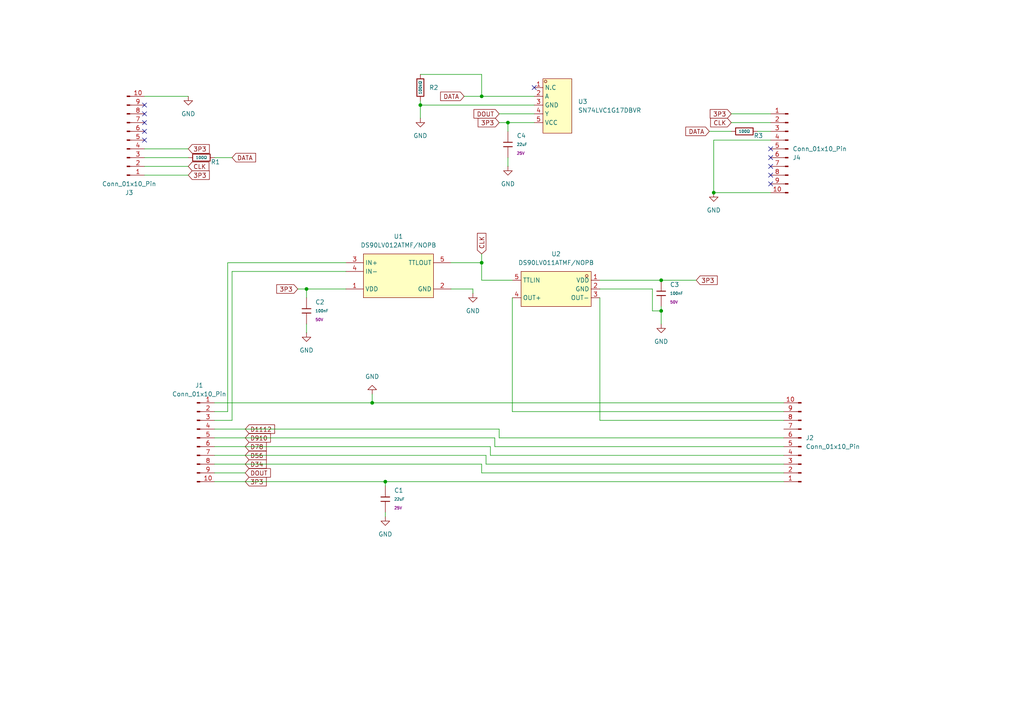
<source format=kicad_sch>
(kicad_sch (version 20250114) (generator "eeschema") (generator_version "9.0")
  (paper "A4")
  (lib_symbols
    (symbol "Connector:Conn_01x10_Pin" (pin_names (offset 1.016) (hide yes))
      (property "Reference" "J" (at 0 12.7 0))
      (property "Value" "Conn_01x10_Pin" (at 0 -15.24 0))
      (symbol "Conn_01x10_Pin_1_1"
        (rectangle (start 0.8636 10.287) (end 0 10.033) (stroke (width 0.1524)) (fill (type outline)))
        (rectangle (start 0.8636 7.747) (end 0 7.493) (stroke (width 0.1524)) (fill (type outline)))
        (rectangle (start 0.8636 5.207) (end 0 4.953) (stroke (width 0.1524)) (fill (type outline)))
        (rectangle (start 0.8636 2.667) (end 0 2.413) (stroke (width 0.1524)) (fill (type outline)))
        (rectangle (start 0.8636 0.127) (end 0 -0.127) (stroke (width 0.1524)) (fill (type outline)))
        (rectangle (start 0.8636 -2.413) (end 0 -2.667) (stroke (width 0.1524)) (fill (type outline)))
        (rectangle (start 0.8636 -4.953) (end 0 -5.207) (stroke (width 0.1524)) (fill (type outline)))
        (rectangle (start 0.8636 -7.493) (end 0 -7.747) (stroke (width 0.1524)) (fill (type outline)))
        (rectangle (start 0.8636 -10.033) (end 0 -10.287) (stroke (width 0.1524)) (fill (type outline)))
        (rectangle (start 0.8636 -12.573) (end 0 -12.827) (stroke (width 0.1524)) (fill (type outline)))
        (polyline (pts (xy 1.27 10.16) (xy 0.8636 10.16)) (stroke (width 0.1524)))
        (polyline (pts (xy 1.27 7.62) (xy 0.8636 7.62)) (stroke (width 0.1524)))
        (polyline (pts (xy 1.27 5.08) (xy 0.8636 5.08)) (stroke (width 0.1524)))
        (polyline (pts (xy 1.27 2.54) (xy 0.8636 2.54)) (stroke (width 0.1524)))
        (polyline (pts (xy 1.27 0) (xy 0.8636 0)) (stroke (width 0.1524)))
        (polyline (pts (xy 1.27 -2.54) (xy 0.8636 -2.54)) (stroke (width 0.1524)))
        (polyline (pts (xy 1.27 -5.08) (xy 0.8636 -5.08)) (stroke (width 0.1524)))
        (polyline (pts (xy 1.27 -7.62) (xy 0.8636 -7.62)) (stroke (width 0.1524)))
        (polyline (pts (xy 1.27 -10.16) (xy 0.8636 -10.16)) (stroke (width 0.1524)))
        (polyline (pts (xy 1.27 -12.7) (xy 0.8636 -12.7)) (stroke (width 0.1524)))
        (pin passive line (at 5.08 10.16 180) (length 3.81) (name "Pin_1") (number "1"))
        (pin passive line (at 5.08 7.62 180) (length 3.81) (name "Pin_2") (number "2"))
        (pin passive line (at 5.08 5.08 180) (length 3.81) (name "Pin_3") (number "3"))
        (pin passive line (at 5.08 2.54 180) (length 3.81) (name "Pin_4") (number "4"))
        (pin passive line (at 5.08 0 180) (length 3.81) (name "Pin_5") (number "5"))
        (pin passive line (at 5.08 -2.54 180) (length 3.81) (name "Pin_6") (number "6"))
        (pin passive line (at 5.08 -5.08 180) (length 3.81) (name "Pin_7") (number "7"))
        (pin passive line (at 5.08 -7.62 180) (length 3.81) (name "Pin_8") (number "8"))
        (pin passive line (at 5.08 -10.16 180) (length 3.81) (name "Pin_9") (number "9"))
        (pin passive line (at 5.08 -12.7 180) (length 3.81) (name "Pin_10") (number "10"))
      )
    )
    (symbol "PCM_JLCPCB-Capacitors:0603,100nF" (pin_numbers (hide yes)) (pin_names (offset 0))
      (property "Reference" "C" (at 2.032 1.668 0))
      (property "Value" "100nF" (at 2.032 -0.3782 0))
      (property "Voltage Rated" "50V" (at 2.032 -2.0462 0))
      (symbol "0603,100nF_0_1"
        (polyline (pts (xy -1.27 0.635) (xy 1.27 0.635)) (stroke (width 0.254)))
        (polyline (pts (xy -1.27 -0.635) (xy 1.27 -0.635)) (stroke (width 0.254)))
      )
      (symbol "0603,100nF_1_1"
        (pin passive line (at 0 3.81 270) (length 3.175) (name "~") (number "1"))
        (pin passive line (at 0 -3.81 90) (length 3.175) (name "~") (number "2"))
      )
    )
    (symbol "PCM_JLCPCB-Capacitors:0805,22uF" (pin_numbers (hide yes)) (pin_names (offset 0))
      (property "Reference" "C" (at 2.032 1.668 0))
      (property "Value" "22uF" (at 2.032 -0.3782 0))
      (property "Voltage Rated" "25V" (at 2.032 -2.0462 0))
      (symbol "0805,22uF_0_1"
        (polyline (pts (xy -1.27 0.635) (xy 1.27 0.635)) (stroke (width 0.254)))
        (polyline (pts (xy -1.27 -0.635) (xy 1.27 -0.635)) (stroke (width 0.254)))
      )
      (symbol "0805,22uF_1_1"
        (pin passive line (at 0 3.81 270) (length 3.175) (name "~") (number "1"))
        (pin passive line (at 0 -3.81 90) (length 3.175) (name "~") (number "2"))
      )
    )
    (symbol "PCM_JLCPCB-Resistors:0603,100kΩ" (pin_numbers (hide yes)) (pin_names (offset 0))
      (property "Reference" "R" (at 1.778 0 0))
      (property "Value" "100kΩ" (at 0 0 90))
      (symbol "0603,100kΩ_0_1"
        (rectangle (start -1.016 2.54) (end 1.016 -2.54) (stroke (width 0.254)))
      )
      (symbol "0603,100kΩ_1_1"
        (pin passive line (at 0 3.81 270) (length 1.27) (name "~") (number "1"))
        (pin passive line (at 0 -3.81 90) (length 1.27) (name "~") (number "2"))
      )
    )
    (symbol "PCM_JLCPCB-Resistors:0603,100Ω" (pin_numbers (hide yes)) (pin_names (offset 0))
      (property "Reference" "R" (at 1.778 0 0))
      (property "Value" "100Ω" (at 0 0 90))
      (symbol "0603,100Ω_0_1"
        (rectangle (start -1.016 2.54) (end 1.016 -2.54) (stroke (width 0.254)))
      )
      (symbol "0603,100Ω_1_1"
        (pin passive line (at 0 3.81 270) (length 1.27) (name "~") (number "1"))
        (pin passive line (at 0 -3.81 90) (length 1.27) (name "~") (number "2"))
      )
    )
    (symbol "easyeda2kicad:DS90LV011ATMF_NOPB"
      (property "Reference" "U" (at 0 7.62 0))
      (property "Value" "DS90LV011ATMF/NOPB" (at 0 -7.62 0))
      (symbol "DS90LV011ATMF_NOPB_0_1"
        (rectangle (start -10.16 5.08) (end 10.16 -5.08) (fill (type background)))
        (circle (center -8.89 3.81) (radius 0.38))
        (pin unspecified line (at -12.7 2.54 0) (length 2.54) (name "VDD") (number "1"))
        (pin unspecified line (at -12.7 0 0) (length 2.54) (name "GND") (number "2"))
        (pin unspecified line (at -12.7 -2.54 0) (length 2.54) (name "OUT-") (number "3"))
        (pin unspecified line (at 12.7 2.54 180) (length 2.54) (name "TTLIN") (number "5"))
        (pin unspecified line (at 12.7 -2.54 180) (length 2.54) (name "OUT+") (number "4"))
      )
    )
    (symbol "easyeda2kicad:DS90LV012ATMF_NOPB"
      (property "Reference" "U" (at 0 8.89 0))
      (property "Value" "DS90LV012ATMF/NOPB" (at 0 -8.89 0))
      (symbol "DS90LV012ATMF_NOPB_0_1"
        (rectangle (start -10.16 6.35) (end 10.16 -6.35) (fill (type background)))
        (pin unspecified line (at -15.24 3.81 0) (length 5.08) (name "IN+") (number "3"))
        (pin unspecified line (at -15.24 1.27 0) (length 5.08) (name "IN-") (number "4"))
        (pin power_in line (at -15.24 -3.81 0) (length 5.08) (name "VDD") (number "1"))
        (pin output line (at 15.24 3.81 180) (length 5.08) (name "TTLOUT") (number "5"))
        (pin power_in line (at 15.24 -3.81 180) (length 5.08) (name "GND") (number "2"))
      )
    )
    (symbol "easyeda2kicad:SN74LVC1G17DBVR"
      (property "Reference" "U" (at 0 10.16 0))
      (property "Value" "SN74LVC1G17DBVR" (at 0 -10.16 0))
      (symbol "SN74LVC1G17DBVR_0_1"
        (rectangle (start -2.54 7.62) (end 5.84 -8.13) (fill (type background)))
        (circle (center -1.78 6.86) (radius 0.38))
        (pin unspecified line (at -5.08 5.08 0) (length 2.54) (name "N.C") (number "1"))
        (pin unspecified line (at -5.08 2.54 0) (length 2.54) (name "A") (number "2"))
        (pin unspecified line (at -5.08 0 0) (length 2.54) (name "GND") (number "3"))
        (pin unspecified line (at -5.08 -2.54 0) (length 2.54) (name "Y") (number "4"))
        (pin unspecified line (at -5.08 -5.08 0) (length 2.54) (name "VCC") (number "5"))
      )
    )
    (symbol "power:GND" (power) (pin_numbers (hide yes)) (pin_names (offset 0) (hide yes))
      (property "Value" "GND" (at 0 -3.81 0))
      (symbol "GND_0_1"
        (polyline (pts (xy 0 0) (xy 0 -1.27) (xy 1.27 -1.27) (xy 0 -2.54) (xy -1.27 -1.27) (xy 0 -1.27)))
      )
      (symbol "GND_1_1"
        (pin power_in line (at 0 0 270) (length 0) (name "~") (number "1"))
      )
    )
  )
  (junction (at 139.7 27.94))
  (junction (at 121.92 30.48))
  (junction (at 191.77 81.28))
  (junction (at 88.9 83.82))
  (junction (at 191.77 90.17))
  (junction (at 107.95 116.84))
  (junction (at 139.7 76.2))
  (junction (at 147.32 35.56))
  (junction (at 111.76 139.7))
  (junction (at 207.01 55.88))
  (no_connect (at 41.91 30.48))
  (no_connect (at 223.52 43.18))
  (no_connect (at 223.52 45.72))
  (no_connect (at 154.94 25.4))
  (no_connect (at 223.52 50.8))
  (no_connect (at 223.52 53.34))
  (no_connect (at 41.91 35.56))
  (no_connect (at 41.91 33.02))
  (no_connect (at 41.91 40.64))
  (no_connect (at 41.91 38.1))
  (no_connect (at 223.52 48.26))
  (wire (pts (xy 62.23 129.54) (xy 142.24 129.54)))
  (wire (pts (xy 62.23 119.38) (xy 66.04 119.38)))
  (wire (pts (xy 137.16 83.82) (xy 137.16 85.09)))
  (wire (pts (xy 139.7 137.16) (xy 227.33 137.16)))
  (wire (pts (xy 134.62 27.94) (xy 139.7 27.94)))
  (wire (pts (xy 140.97 132.08) (xy 140.97 134.62)))
  (wire (pts (xy 147.32 45.72) (xy 147.32 48.26)))
  (wire (pts (xy 41.91 50.8) (xy 54.61 50.8)))
  (wire (pts (xy 139.7 76.2) (xy 139.7 81.28)))
  (wire (pts (xy 130.81 76.2) (xy 139.7 76.2)))
  (wire (pts (xy 139.7 134.62) (xy 139.7 137.16)))
  (wire (pts (xy 62.23 137.16) (xy 71.12 137.16)))
  (wire (pts (xy 143.51 127) (xy 143.51 129.54)))
  (wire (pts (xy 100.33 78.74) (xy 67.31 78.74)))
  (wire (pts (xy 191.77 81.28) (xy 201.93 81.28)))
  (wire (pts (xy 121.92 30.48) (xy 121.92 34.29)))
  (wire (pts (xy 223.52 40.64) (xy 207.01 40.64)))
  (wire (pts (xy 111.76 148.59) (xy 111.76 149.86)))
  (wire (pts (xy 139.7 73.66) (xy 139.7 76.2)))
  (wire (pts (xy 154.94 30.48) (xy 121.92 30.48)))
  (wire (pts (xy 88.9 93.98) (xy 88.9 96.52)))
  (wire (pts (xy 191.77 93.98) (xy 191.77 90.17)))
  (wire (pts (xy 111.76 139.7) (xy 227.33 139.7)))
  (wire (pts (xy 144.78 35.56) (xy 147.32 35.56)))
  (wire (pts (xy 212.09 35.56) (xy 223.52 35.56)))
  (wire (pts (xy 144.78 124.46) (xy 144.78 127)))
  (wire (pts (xy 219.71 38.1) (xy 223.52 38.1)))
  (wire (pts (xy 62.23 45.72) (xy 67.31 45.72)))
  (wire (pts (xy 189.23 83.82) (xy 189.23 90.17)))
  (wire (pts (xy 212.09 33.02) (xy 223.52 33.02)))
  (wire (pts (xy 144.78 33.02) (xy 154.94 33.02)))
  (wire (pts (xy 139.7 81.28) (xy 148.59 81.28)))
  (wire (pts (xy 189.23 90.17) (xy 191.77 90.17)))
  (wire (pts (xy 121.92 29.21) (xy 121.92 30.48)))
  (wire (pts (xy 41.91 43.18) (xy 54.61 43.18)))
  (wire (pts (xy 41.91 48.26) (xy 54.61 48.26)))
  (wire (pts (xy 142.24 132.08) (xy 227.33 132.08)))
  (wire (pts (xy 107.95 116.84) (xy 227.33 116.84)))
  (wire (pts (xy 173.99 83.82) (xy 189.23 83.82)))
  (wire (pts (xy 147.32 35.56) (xy 154.94 35.56)))
  (wire (pts (xy 130.81 83.82) (xy 137.16 83.82)))
  (wire (pts (xy 62.23 134.62) (xy 139.7 134.62)))
  (wire (pts (xy 147.32 35.56) (xy 147.32 38.1)))
  (wire (pts (xy 88.9 83.82) (xy 100.33 83.82)))
  (wire (pts (xy 62.23 116.84) (xy 107.95 116.84)))
  (wire (pts (xy 143.51 129.54) (xy 227.33 129.54)))
  (wire (pts (xy 41.91 45.72) (xy 54.61 45.72)))
  (wire (pts (xy 67.31 78.74) (xy 67.31 121.92)))
  (wire (pts (xy 62.23 132.08) (xy 140.97 132.08)))
  (wire (pts (xy 67.31 121.92) (xy 62.23 121.92)))
  (wire (pts (xy 41.91 27.94) (xy 54.61 27.94)))
  (wire (pts (xy 86.36 83.82) (xy 88.9 83.82)))
  (wire (pts (xy 139.7 27.94) (xy 139.7 21.59)))
  (wire (pts (xy 148.59 86.36) (xy 148.59 119.38)))
  (wire (pts (xy 144.78 127) (xy 227.33 127)))
  (wire (pts (xy 62.23 124.46) (xy 144.78 124.46)))
  (wire (pts (xy 207.01 40.64) (xy 207.01 55.88)))
  (wire (pts (xy 173.99 81.28) (xy 191.77 81.28)))
  (wire (pts (xy 66.04 76.2) (xy 100.33 76.2)))
  (wire (pts (xy 107.95 114.3) (xy 107.95 116.84)))
  (wire (pts (xy 111.76 139.7) (xy 111.76 140.97)))
  (wire (pts (xy 62.23 127) (xy 143.51 127)))
  (wire (pts (xy 205.74 38.1) (xy 212.09 38.1)))
  (wire (pts (xy 148.59 119.38) (xy 227.33 119.38)))
  (wire (pts (xy 66.04 119.38) (xy 66.04 76.2)))
  (wire (pts (xy 191.77 90.17) (xy 191.77 88.9)))
  (wire (pts (xy 139.7 21.59) (xy 121.92 21.59)))
  (wire (pts (xy 207.01 55.88) (xy 223.52 55.88)))
  (wire (pts (xy 142.24 129.54) (xy 142.24 132.08)))
  (wire (pts (xy 88.9 83.82) (xy 88.9 86.36)))
  (wire (pts (xy 139.7 27.94) (xy 154.94 27.94)))
  (wire (pts (xy 173.99 121.92) (xy 227.33 121.92)))
  (wire (pts (xy 173.99 86.36) (xy 173.99 121.92)))
  (wire (pts (xy 62.23 139.7) (xy 111.76 139.7)))
  (wire (pts (xy 140.97 134.62) (xy 227.33 134.62)))
  (global_label "CLK" (shape input) (at 54.61 48.26 0) (property "Intersheetrefs" "${INTERSHEET_REFS}" (effects (hide yes))))
  (global_label "D78" (shape input) (at 71.12 129.54 0) (property "Intersheetrefs" "${INTERSHEET_REFS}" (effects (hide yes))))
  (global_label "DATA" (shape input) (at 205.74 38.1 180) (property "Intersheetrefs" "${INTERSHEET_REFS}" (effects (hide yes))))
  (global_label "CLK" (shape input) (at 139.7 73.66 90) (property "Intersheetrefs" "${INTERSHEET_REFS}" (effects (hide yes))))
  (global_label "3P3" (shape input) (at 212.09 33.02 180) (property "Intersheetrefs" "${INTERSHEET_REFS}" (effects (hide yes))))
  (global_label "DATA" (shape input) (at 67.31 45.72 0) (property "Intersheetrefs" "${INTERSHEET_REFS}" (effects (hide yes))))
  (global_label "3P3" (shape input) (at 71.12 139.7 0) (property "Intersheetrefs" "${INTERSHEET_REFS}" (effects (hide yes))))
  (global_label "3P3" (shape input) (at 54.61 50.8 0) (property "Intersheetrefs" "${INTERSHEET_REFS}" (effects (hide yes))))
  (global_label "3P3" (shape input) (at 54.61 43.18 0) (property "Intersheetrefs" "${INTERSHEET_REFS}" (effects (hide yes))))
  (global_label "3P3" (shape input) (at 144.78 35.56 180) (property "Intersheetrefs" "${INTERSHEET_REFS}" (effects (hide yes))))
  (global_label "D34" (shape input) (at 71.12 134.62 0) (property "Intersheetrefs" "${INTERSHEET_REFS}" (effects (hide yes))))
  (global_label "D910" (shape input) (at 71.12 127 0) (property "Intersheetrefs" "${INTERSHEET_REFS}" (effects (hide yes))))
  (global_label "3P3" (shape input) (at 201.93 81.28 0) (property "Intersheetrefs" "${INTERSHEET_REFS}" (effects (hide yes))))
  (global_label "CLK" (shape input) (at 212.09 35.56 180) (property "Intersheetrefs" "${INTERSHEET_REFS}" (effects (hide yes))))
  (global_label "D1112" (shape input) (at 71.12 124.46 0) (property "Intersheetrefs" "${INTERSHEET_REFS}" (effects (hide yes))))
  (global_label "DOUT" (shape input) (at 71.12 137.16 0) (property "Intersheetrefs" "${INTERSHEET_REFS}" (effects (hide yes))))
  (global_label "DATA" (shape input) (at 134.62 27.94 180) (property "Intersheetrefs" "${INTERSHEET_REFS}" (effects (hide yes))))
  (global_label "DOUT" (shape input) (at 144.78 33.02 180) (property "Intersheetrefs" "${INTERSHEET_REFS}" (effects (hide yes))))
  (global_label "3P3" (shape input) (at 86.36 83.82 180) (property "Intersheetrefs" "${INTERSHEET_REFS}" (effects (hide yes))))
  (global_label "D56" (shape input) (at 71.12 132.08 0) (property "Intersheetrefs" "${INTERSHEET_REFS}" (effects (hide yes))))
  (symbol (lib_id "power:GND") (at 191.77 93.98 0) (unit 1)
    (property "Reference" "#PWR07" (effects (hide yes)))
    (property "Value" "GND" (at 191.77 99.06 0))
    (property "Description" "Power symbol creates a global label with name \"GND\" , ground" (effects (hide yes)))
  )
  (symbol (lib_id "power:GND") (at 107.95 114.3 180) (unit 1)
    (property "Reference" "#PWR09" (effects (hide yes)))
    (property "Value" "GND" (at 107.95 109.22 0))
    (property "Description" "Power symbol creates a global label with name \"GND\" , ground" (effects (hide yes)))
  )
  (symbol (lib_id "easyeda2kicad:SN74LVC1G17DBVR") (at 160.02 30.48 0) (unit 1)
    (property "Reference" "U3" (at 167.64 29.4649 0) (effects (justify left)))
    (property "Value" "SN74LVC1G17DBVR" (at 167.64 32.0049 0) (effects (justify left)))
    (property "Footprint" "easyeda2kicad:SOT-23-5_L3.0-W1.7-P0.95-LS2.8-BR" (effects (hide yes)))
    (property "Datasheet" "https://lcsc.com/product-detail/74-Series_TI_SN74LVC1G17DBVR_SN74LVC1G17DBVR_C7836.html" (effects (hide yes)))
    (property "LCSC Part" "C7836" (effects (hide yes)))
  )
  (symbol (lib_id "PCM_JLCPCB-Resistors:0603,100kΩ") (at 121.92 25.4 0) (unit 1)
    (property "Reference" "R2" (at 124.46 25.3999 0) (effects (justify left)))
    (property "Value" "100kΩ" (at 121.92 25.4 90) (effects (font (size 0.8 0.8))))
    (property "Footprint" "PCM_JLCPCB:R_0603" (effects (hide yes)))
    (property "Datasheet" "https://www.lcsc.com/datasheet/lcsc_datasheet_2206010045_UNI-ROYAL-Uniroyal-Elec-0603WAF1003T5E_C25803.pdf" (effects (hide yes)))
    (property "Description" "100mW Thick Film Resistors 75V ±100ppm/°C ±1% 100kΩ 0603 Chip Resistor - Surface Mount ROHS" (effects (hide yes)))
    (property "LCSC" "C25803" (effects (hide yes)))
    (property "Stock" "6781024" (effects (hide yes)))
    (property "Price" "0.004USD" (effects (hide yes)))
    (property "Process" "SMT" (effects (hide yes)))
    (property "Minimum Qty" "20" (effects (hide yes)))
    (property "Attrition Qty" "10" (effects (hide yes)))
    (property "Class" "Basic Component" (effects (hide yes)))
    (property "Category" "Resistors,Chip Resistor - Surface Mount" (effects (hide yes)))
    (property "Manufacturer" "UNI-ROYAL(Uniroyal Elec)" (effects (hide yes)))
    (property "Part" "0603WAF1003T5E" (effects (hide yes)))
    (property "Resistance" "100kΩ" (effects (hide yes)))
    (property "Power(Watts)" "100mW" (effects (hide yes)))
    (property "Type" "Thick Film Resistors" (effects (hide yes)))
    (property "Overload Voltage (Max)" "75V" (effects (hide yes)))
    (property "Operating Temperature Range" "-55°C~+155°C" (effects (hide yes)))
    (property "Tolerance" "±1%" (effects (hide yes)))
    (property "Temperature Coefficient" "±100ppm/°C" (effects (hide yes)))
  )
  (symbol (lib_id "PCM_JLCPCB-Capacitors:0603,100nF") (at 88.9 90.17 0) (unit 1)
    (property "Reference" "C2" (at 91.44 87.6299 0) (effects (justify left)))
    (property "Value" "100nF" (at 91.44 90.17 0) (effects (font (size 0.8 0.8)) (justify left)))
    (property "Footprint" "PCM_JLCPCB:C_0603" (effects (hide yes)))
    (property "Datasheet" "https://www.lcsc.com/datasheet/lcsc_datasheet_2211101700_YAGEO-CC0603KRX7R9BB104_C14663.pdf" (effects (hide yes)))
    (property "Description" "50V 100nF X7R ±10% 0603 Multilayer Ceramic Capacitors MLCC - SMD/SMT ROHS" (effects (hide yes)))
    (property "LCSC" "C14663" (effects (hide yes)))
    (property "Stock" "55575164" (effects (hide yes)))
    (property "Price" "0.006USD" (effects (hide yes)))
    (property "Process" "SMT" (effects (hide yes)))
    (property "Minimum Qty" "20" (effects (hide yes)))
    (property "Attrition Qty" "10" (effects (hide yes)))
    (property "Class" "Basic Component" (effects (hide yes)))
    (property "Category" "Capacitors,Multilayer Ceramic Capacitors MLCC - SMD/SMT" (effects (hide yes)))
    (property "Manufacturer" "YAGEO" (effects (hide yes)))
    (property "Part" "CC0603KRX7R9BB104" (effects (hide yes)))
    (property "Voltage Rated" "50V" (at 91.44 92.71 0) (effects (font (size 0.8 0.8)) (justify left)))
    (property "Tolerance" "±10%" (effects (hide yes)))
    (property "Capacitance" "100nF" (effects (hide yes)))
    (property "Temperature Coefficient" "X7R" (effects (hide yes)))
  )
  (symbol (lib_id "PCM_JLCPCB-Resistors:0603,100Ω") (at 215.9 38.1 90) (unit 1)
    (property "Reference" "R3" (at 219.964 39.37 90))
    (property "Value" "100Ω" (at 215.9 38.1 90) (effects (font (size 0.8 0.8))))
    (property "Footprint" "PCM_JLCPCB:R_0603" (effects (hide yes)))
    (property "Datasheet" "https://www.lcsc.com/datasheet/lcsc_datasheet_2411221126_UNI-ROYAL-Uniroyal-Elec-0603WAF1000T5E_C22775.pdf" (effects (hide yes)))
    (property "Description" "100mW Thick Film Resistors 75V ±1% ±200ppm/°C 100Ω 0603 Chip Resistor - Surface Mount ROHS" (effects (hide yes)))
    (property "LCSC" "C22775" (effects (hide yes)))
    (property "Stock" "7370695" (effects (hide yes)))
    (property "Price" "0.004USD" (effects (hide yes)))
    (property "Process" "SMT" (effects (hide yes)))
    (property "Minimum Qty" "20" (effects (hide yes)))
    (property "Attrition Qty" "10" (effects (hide yes)))
    (property "Class" "Basic Component" (effects (hide yes)))
    (property "Category" "Resistors,Chip Resistor - Surface Mount" (effects (hide yes)))
    (property "Manufacturer" "UNI-ROYAL(Uniroyal Elec)" (effects (hide yes)))
    (property "Part" "0603WAF1000T5E" (effects (hide yes)))
    (property "Resistance" "100Ω" (effects (hide yes)))
    (property "Power(Watts)" "100mW" (effects (hide yes)))
    (property "Type" "Thick Film Resistors" (effects (hide yes)))
    (property "Overload Voltage (Max)" "75V" (effects (hide yes)))
    (property "Operating Temperature Range" "-55°C~+155°C" (effects (hide yes)))
    (property "Tolerance" "±1%" (effects (hide yes)))
    (property "Temperature Coefficient" "±200ppm/°C" (effects (hide yes)))
  )
  (symbol (lib_id "Connector:Conn_01x10_Pin") (at 232.41 129.54 180) (unit 1)
    (property "Reference" "J2" (at 233.68 126.9999 0) (effects (justify right)))
    (property "Value" "Conn_01x10_Pin" (at 233.68 129.5399 0) (effects (justify right)))
    (property "Description" "Generic connector, single row, 01x10, script generated" (effects (hide yes)))
  )
  (symbol (lib_id "power:GND") (at 111.76 149.86 0) (unit 1)
    (property "Reference" "#PWR08" (effects (hide yes)))
    (property "Value" "GND" (at 111.76 154.94 0))
    (property "Description" "Power symbol creates a global label with name \"GND\" , ground" (effects (hide yes)))
  )
  (symbol (lib_id "power:GND") (at 88.9 96.52 0) (unit 1)
    (property "Reference" "#PWR05" (effects (hide yes)))
    (property "Value" "GND" (at 88.9 101.6 0))
    (property "Description" "Power symbol creates a global label with name \"GND\" , ground" (effects (hide yes)))
  )
  (symbol (lib_id "PCM_JLCPCB-Capacitors:0603,100nF") (at 191.77 85.09 0) (unit 1)
    (property "Reference" "C3" (at 194.31 82.5499 0) (effects (justify left)))
    (property "Value" "100nF" (at 194.31 85.09 0) (effects (font (size 0.8 0.8)) (justify left)))
    (property "Footprint" "PCM_JLCPCB:C_0603" (effects (hide yes)))
    (property "Datasheet" "https://www.lcsc.com/datasheet/lcsc_datasheet_2211101700_YAGEO-CC0603KRX7R9BB104_C14663.pdf" (effects (hide yes)))
    (property "Description" "50V 100nF X7R ±10% 0603 Multilayer Ceramic Capacitors MLCC - SMD/SMT ROHS" (effects (hide yes)))
    (property "LCSC" "C14663" (effects (hide yes)))
    (property "Stock" "55575164" (effects (hide yes)))
    (property "Price" "0.006USD" (effects (hide yes)))
    (property "Process" "SMT" (effects (hide yes)))
    (property "Minimum Qty" "20" (effects (hide yes)))
    (property "Attrition Qty" "10" (effects (hide yes)))
    (property "Class" "Basic Component" (effects (hide yes)))
    (property "Category" "Capacitors,Multilayer Ceramic Capacitors MLCC - SMD/SMT" (effects (hide yes)))
    (property "Manufacturer" "YAGEO" (effects (hide yes)))
    (property "Part" "CC0603KRX7R9BB104" (effects (hide yes)))
    (property "Voltage Rated" "50V" (at 194.31 87.63 0) (effects (font (size 0.8 0.8)) (justify left)))
    (property "Tolerance" "±10%" (effects (hide yes)))
    (property "Capacitance" "100nF" (effects (hide yes)))
    (property "Temperature Coefficient" "X7R" (effects (hide yes)))
  )
  (symbol (lib_id "power:GND") (at 207.01 55.88 0) (unit 1)
    (property "Reference" "#PWR04" (effects (hide yes)))
    (property "Value" "GND" (at 207.01 60.96 0))
    (property "Description" "Power symbol creates a global label with name \"GND\" , ground" (effects (hide yes)))
  )
  (symbol (lib_id "PCM_JLCPCB-Resistors:0603,100Ω") (at 58.42 45.72 90) (unit 1)
    (property "Reference" "R1" (at 62.484 46.99 90))
    (property "Value" "100Ω" (at 58.42 45.72 90) (effects (font (size 0.8 0.8))))
    (property "Footprint" "PCM_JLCPCB:R_0603" (effects (hide yes)))
    (property "Datasheet" "https://www.lcsc.com/datasheet/lcsc_datasheet_2411221126_UNI-ROYAL-Uniroyal-Elec-0603WAF1000T5E_C22775.pdf" (effects (hide yes)))
    (property "Description" "100mW Thick Film Resistors 75V ±1% ±200ppm/°C 100Ω 0603 Chip Resistor - Surface Mount ROHS" (effects (hide yes)))
    (property "LCSC" "C22775" (effects (hide yes)))
    (property "Stock" "7370695" (effects (hide yes)))
    (property "Price" "0.004USD" (effects (hide yes)))
    (property "Process" "SMT" (effects (hide yes)))
    (property "Minimum Qty" "20" (effects (hide yes)))
    (property "Attrition Qty" "10" (effects (hide yes)))
    (property "Class" "Basic Component" (effects (hide yes)))
    (property "Category" "Resistors,Chip Resistor - Surface Mount" (effects (hide yes)))
    (property "Manufacturer" "UNI-ROYAL(Uniroyal Elec)" (effects (hide yes)))
    (property "Part" "0603WAF1000T5E" (effects (hide yes)))
    (property "Resistance" "100Ω" (effects (hide yes)))
    (property "Power(Watts)" "100mW" (effects (hide yes)))
    (property "Type" "Thick Film Resistors" (effects (hide yes)))
    (property "Overload Voltage (Max)" "75V" (effects (hide yes)))
    (property "Operating Temperature Range" "-55°C~+155°C" (effects (hide yes)))
    (property "Tolerance" "±1%" (effects (hide yes)))
    (property "Temperature Coefficient" "±200ppm/°C" (effects (hide yes)))
  )
  (symbol (lib_id "Connector:Conn_01x10_Pin") (at 57.15 127 0) (unit 1)
    (property "Reference" "J1" (at 57.785 111.76 0))
    (property "Value" "Conn_01x10_Pin" (at 57.785 114.3 0))
    (property "Description" "Generic connector, single row, 01x10, script generated" (effects (hide yes)))
  )
  (symbol (lib_id "easyeda2kicad:DS90LV012ATMF_NOPB") (at 115.57 80.01 0) (unit 1)
    (property "Reference" "U1" (at 115.57 68.58 0))
    (property "Value" "DS90LV012ATMF/NOPB" (at 115.57 71.12 0))
    (property "Footprint" "easyeda2kicad:SOT-23-5_L3.0-W1.7-P0.95-LS2.8-BR" (effects (hide yes)))
    (property "Datasheet" "https://lcsc.com/product-detail/LVDS_TI_DS90LV012ATMF-NOPB_DS90LV012ATMF-NOPB_C73183.html" (effects (hide yes)))
    (property "LCSC Part" "C73183" (effects (hide yes)))
  )
  (symbol (lib_id "power:GND") (at 137.16 85.09 0) (unit 1)
    (property "Reference" "#PWR06" (effects (hide yes)))
    (property "Value" "GND" (at 137.16 90.17 0))
    (property "Description" "Power symbol creates a global label with name \"GND\" , ground" (effects (hide yes)))
  )
  (symbol (lib_id "power:GND") (at 54.61 27.94 0) (unit 1)
    (property "Reference" "#PWR03" (effects (hide yes)))
    (property "Value" "GND" (at 54.61 33.02 0))
    (property "Description" "Power symbol creates a global label with name \"GND\" , ground" (effects (hide yes)))
  )
  (symbol (lib_id "power:GND") (at 121.92 34.29 0) (unit 1)
    (property "Reference" "#PWR01" (effects (hide yes)))
    (property "Value" "GND" (at 121.92 39.37 0))
    (property "Description" "Power symbol creates a global label with name \"GND\" , ground" (effects (hide yes)))
  )
  (symbol (lib_id "PCM_JLCPCB-Capacitors:0805,22uF") (at 147.32 41.91 0) (unit 1)
    (property "Reference" "C4" (at 149.86 39.3699 0) (effects (justify left)))
    (property "Value" "22uF" (at 149.86 41.91 0) (effects (font (size 0.8 0.8)) (justify left)))
    (property "Footprint" "PCM_JLCPCB:C_0805" (effects (hide yes)))
    (property "Datasheet" "https://www.lcsc.com/datasheet/lcsc_datasheet_2304140030_Samsung-Electro-Mechanics-CL21A226MAQNNNE_C45783.pdf" (effects (hide yes)))
    (property "Description" "25V 22uF X5R ±20% 0805 Multilayer Ceramic Capacitors MLCC - SMD/SMT ROHS" (effects (hide yes)))
    (property "LCSC" "C45783" (effects (hide yes)))
    (property "Stock" "1877744" (effects (hide yes)))
    (property "Price" "0.039USD" (effects (hide yes)))
    (property "Process" "SMT" (effects (hide yes)))
    (property "Minimum Qty" "20" (effects (hide yes)))
    (property "Attrition Qty" "8" (effects (hide yes)))
    (property "Class" "Basic Component" (effects (hide yes)))
    (property "Category" "Capacitors,Multilayer Ceramic Capacitors MLCC - SMD/SMT" (effects (hide yes)))
    (property "Manufacturer" "Samsung Electro-Mechanics" (effects (hide yes)))
    (property "Part" "CL21A226MAQNNNE" (effects (hide yes)))
    (property "Voltage Rated" "25V" (at 149.86 44.45 0) (effects (font (size 0.8 0.8)) (justify left)))
    (property "Tolerance" "±20%" (effects (hide yes)))
    (property "Capacitance" "22uF" (effects (hide yes)))
    (property "Temperature Coefficient" "X5R" (effects (hide yes)))
  )
  (symbol (lib_id "PCM_JLCPCB-Capacitors:0805,22uF") (at 111.76 144.78 0) (unit 1)
    (property "Reference" "C1" (at 114.3 142.2399 0) (effects (justify left)))
    (property "Value" "22uF" (at 114.3 144.78 0) (effects (font (size 0.8 0.8)) (justify left)))
    (property "Footprint" "PCM_JLCPCB:C_0805" (effects (hide yes)))
    (property "Datasheet" "https://www.lcsc.com/datasheet/lcsc_datasheet_2304140030_Samsung-Electro-Mechanics-CL21A226MAQNNNE_C45783.pdf" (effects (hide yes)))
    (property "Description" "25V 22uF X5R ±20% 0805 Multilayer Ceramic Capacitors MLCC - SMD/SMT ROHS" (effects (hide yes)))
    (property "LCSC" "C45783" (effects (hide yes)))
    (property "Stock" "1877744" (effects (hide yes)))
    (property "Price" "0.039USD" (effects (hide yes)))
    (property "Process" "SMT" (effects (hide yes)))
    (property "Minimum Qty" "20" (effects (hide yes)))
    (property "Attrition Qty" "8" (effects (hide yes)))
    (property "Class" "Basic Component" (effects (hide yes)))
    (property "Category" "Capacitors,Multilayer Ceramic Capacitors MLCC - SMD/SMT" (effects (hide yes)))
    (property "Manufacturer" "Samsung Electro-Mechanics" (effects (hide yes)))
    (property "Part" "CL21A226MAQNNNE" (effects (hide yes)))
    (property "Voltage Rated" "25V" (at 114.3 147.32 0) (effects (font (size 0.8 0.8)) (justify left)))
    (property "Tolerance" "±20%" (effects (hide yes)))
    (property "Capacitance" "22uF" (effects (hide yes)))
    (property "Temperature Coefficient" "X5R" (effects (hide yes)))
  )
  (symbol (lib_id "Connector:Conn_01x10_Pin") (at 36.83 40.64 0) (mirror x) (unit 1)
    (property "Reference" "J3" (at 37.465 55.88 0))
    (property "Value" "Conn_01x10_Pin" (at 37.465 53.34 0))
    (property "Description" "Generic connector, single row, 01x10, script generated" (effects (hide yes)))
  )
  (symbol (lib_id "power:GND") (at 147.32 48.26 0) (unit 1)
    (property "Reference" "#PWR02" (effects (hide yes)))
    (property "Value" "GND" (at 147.32 53.34 0))
    (property "Description" "Power symbol creates a global label with name \"GND\" , ground" (effects (hide yes)))
  )
  (symbol (lib_id "easyeda2kicad:DS90LV011ATMF_NOPB") (at 161.29 83.82 0) (mirror y) (unit 1)
    (property "Reference" "U2" (at 161.29 73.66 0))
    (property "Value" "DS90LV011ATMF/NOPB" (at 161.29 76.2 0))
    (property "Footprint" "easyeda2kicad:SOT-23-5_L2.9-W1.6-P0.95-LS2.8-BL" (effects (hide yes)))
    (property "Datasheet" "https://lcsc.com/product-detail/Logic-Buffers-Drivers-Receivers-Transceivers_Texas-Instruments-Texas-Instruments-DS90LV011ATMF-NOPB_C477970.html" (effects (hide yes)))
    (property "LCSC Part" "C477970" (effects (hide yes)))
  )
  (symbol (lib_id "Connector:Conn_01x10_Pin") (at 228.6 43.18 0) (mirror y) (unit 1)
    (property "Reference" "J4" (at 229.87 45.7201 0) (effects (justify right)))
    (property "Value" "Conn_01x10_Pin" (at 229.87 43.1801 0) (effects (justify right)))
    (property "Description" "Generic connector, single row, 01x10, script generated" (effects (hide yes)))
  )
)
</source>
